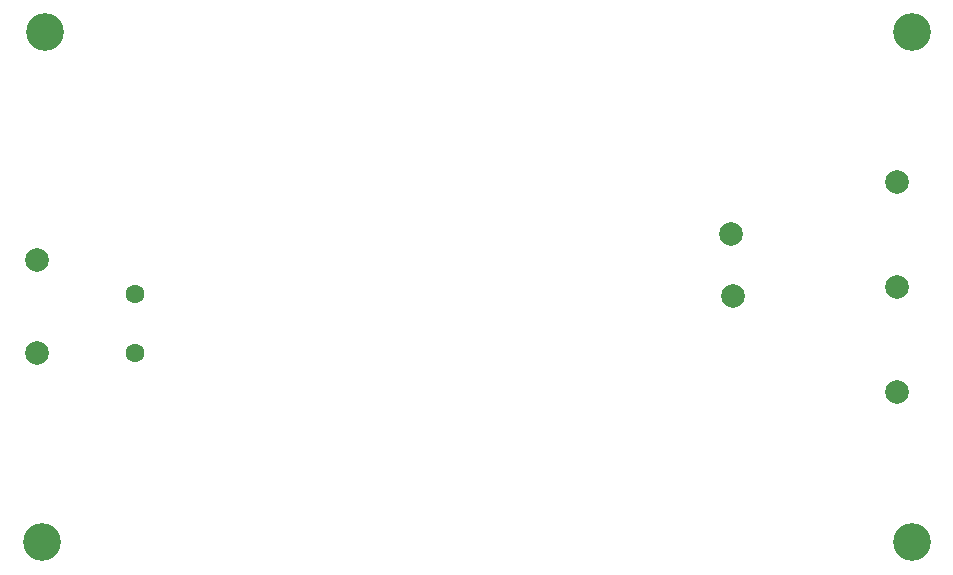
<source format=gbr>
G04 #@! TF.GenerationSoftware,KiCad,Pcbnew,(5.1.10-0-10_14)*
G04 #@! TF.CreationDate,2021-07-28T15:02:55+02:00*
G04 #@! TF.ProjectId,pre-amp-discret,7072652d-616d-4702-9d64-697363726574,rev?*
G04 #@! TF.SameCoordinates,Original*
G04 #@! TF.FileFunction,Soldermask,Bot*
G04 #@! TF.FilePolarity,Negative*
%FSLAX46Y46*%
G04 Gerber Fmt 4.6, Leading zero omitted, Abs format (unit mm)*
G04 Created by KiCad (PCBNEW (5.1.10-0-10_14)) date 2021-07-28 15:02:55*
%MOMM*%
%LPD*%
G01*
G04 APERTURE LIST*
%ADD10C,2.000000*%
%ADD11C,3.200000*%
%ADD12C,1.600000*%
G04 APERTURE END LIST*
D10*
X184327800Y-117398800D03*
X184492900Y-122618500D03*
X198374000Y-121920000D03*
X125603000Y-127508000D03*
X198374000Y-130810000D03*
X125603000Y-119634000D03*
X198374000Y-113030000D03*
D11*
X126238000Y-100330000D03*
X125984000Y-143510000D03*
X199644000Y-143510000D03*
X199644000Y-100330000D03*
D12*
X133858000Y-127491500D03*
X133858000Y-122491500D03*
M02*

</source>
